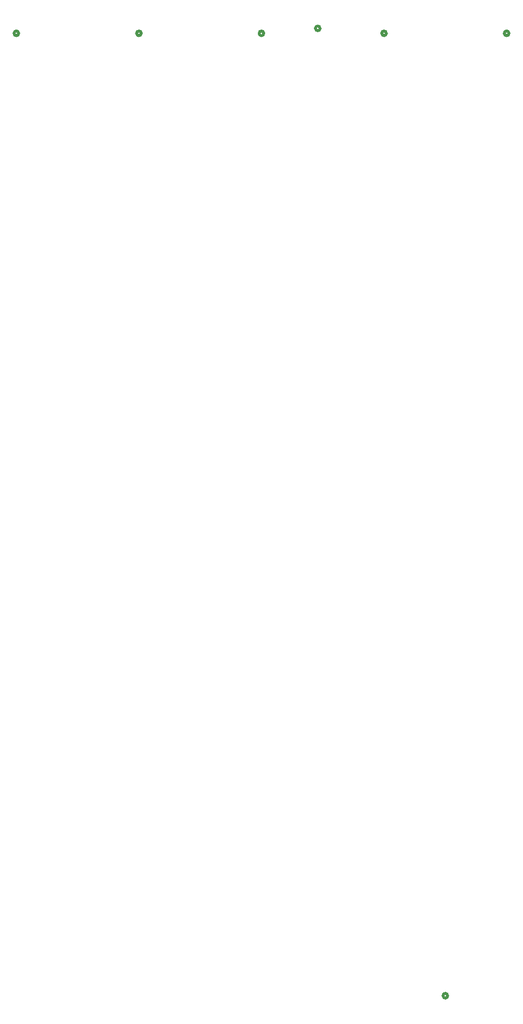
<source format=gbr>
%TF.GenerationSoftware,KiCad,Pcbnew,9.0.6*%
%TF.CreationDate,2026-02-15T15:53:08-05:00*%
%TF.ProjectId,Darkroom Timer,4461726b-726f-46f6-9d20-54696d65722e,rev?*%
%TF.SameCoordinates,Original*%
%TF.FileFunction,Legend,Bot*%
%TF.FilePolarity,Positive*%
%FSLAX46Y46*%
G04 Gerber Fmt 4.6, Leading zero omitted, Abs format (unit mm)*
G04 Created by KiCad (PCBNEW 9.0.6) date 2026-02-15 15:53:08*
%MOMM*%
%LPD*%
G01*
G04 APERTURE LIST*
%ADD10C,0.508000*%
G04 APERTURE END LIST*
D10*
%TO.C,SW8*%
X95478800Y-32749999D02*
G75*
G02*
X94716800Y-32749999I-381000J0D01*
G01*
X94716800Y-32749999D02*
G75*
G02*
X95478800Y-32749999I381000J0D01*
G01*
%TO.C,SW6*%
X55478800Y-32749999D02*
G75*
G02*
X54716800Y-32749999I-381000J0D01*
G01*
X54716800Y-32749999D02*
G75*
G02*
X55478800Y-32749999I381000J0D01*
G01*
%TO.C,J3*%
X84658200Y-31944201D02*
G75*
G02*
X83896200Y-31944201I-381000J0D01*
G01*
X83896200Y-31944201D02*
G75*
G02*
X84658200Y-31944201I381000J0D01*
G01*
%TO.C,SW10*%
X105478800Y-189749999D02*
G75*
G02*
X104716800Y-189749999I-381000J0D01*
G01*
X104716800Y-189749999D02*
G75*
G02*
X105478800Y-189749999I381000J0D01*
G01*
%TO.C,SW5*%
X35478800Y-32749999D02*
G75*
G02*
X34716800Y-32749999I-381000J0D01*
G01*
X34716800Y-32749999D02*
G75*
G02*
X35478800Y-32749999I381000J0D01*
G01*
%TO.C,SW9*%
X115478800Y-32749999D02*
G75*
G02*
X114716800Y-32749999I-381000J0D01*
G01*
X114716800Y-32749999D02*
G75*
G02*
X115478800Y-32749999I381000J0D01*
G01*
%TO.C,SW7*%
X75478800Y-32749999D02*
G75*
G02*
X74716800Y-32749999I-381000J0D01*
G01*
X74716800Y-32749999D02*
G75*
G02*
X75478800Y-32749999I381000J0D01*
G01*
%TD*%
M02*

</source>
